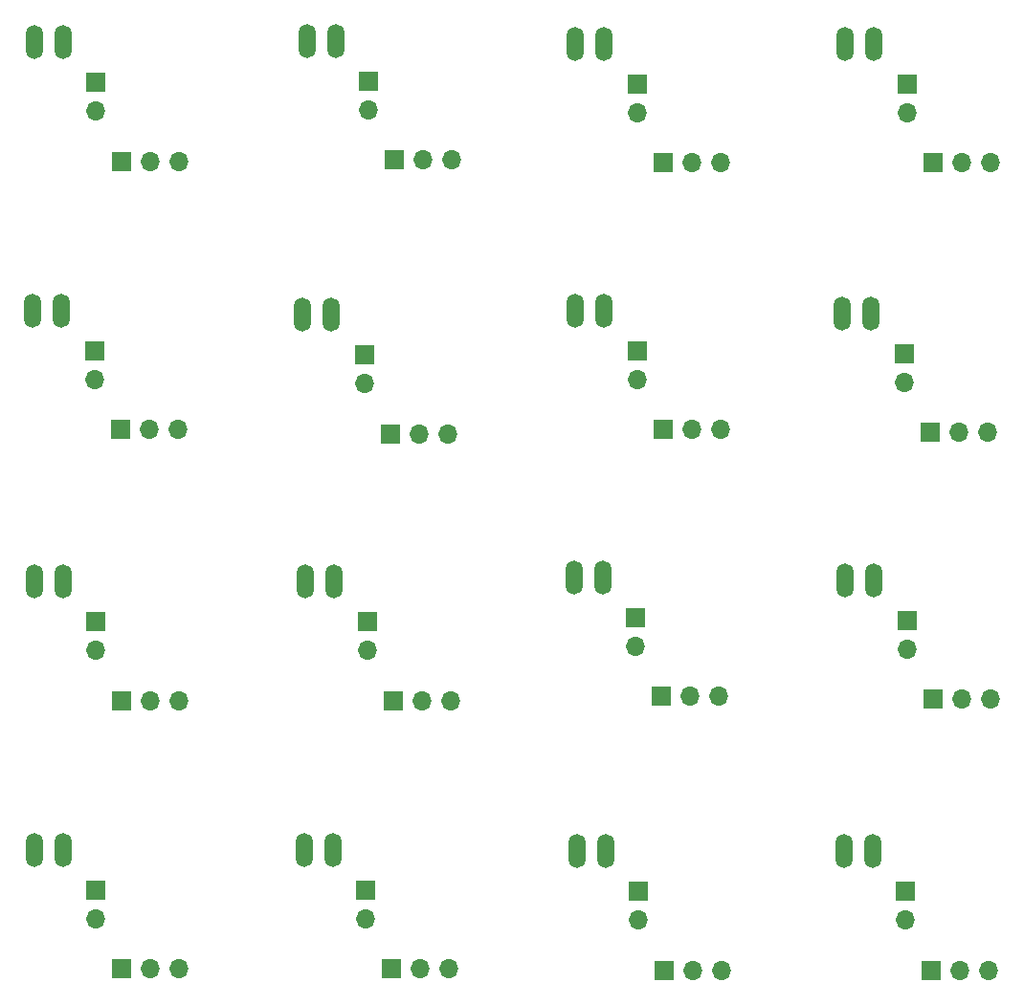
<source format=gbs>
G04 #@! TF.FileFunction,Soldermask,Bot*
%FSLAX46Y46*%
G04 Gerber Fmt 4.6, Leading zero omitted, Abs format (unit mm)*
G04 Created by KiCad (PCBNEW 4.0.7) date Fri May 25 13:22:47 2018*
%MOMM*%
%LPD*%
G01*
G04 APERTURE LIST*
%ADD10C,0.150000*%
%ADD11O,1.510000X3.010000*%
%ADD12R,1.700000X1.700000*%
%ADD13O,1.700000X1.700000*%
G04 APERTURE END LIST*
D10*
D11*
X86487000Y-110363000D03*
X83947000Y-110363000D03*
D12*
X89408000Y-113919000D03*
D13*
X89408000Y-116459000D03*
D12*
X91694000Y-120904000D03*
D13*
X94234000Y-120904000D03*
X96774000Y-120904000D03*
D11*
X62357000Y-110236000D03*
X59817000Y-110236000D03*
D12*
X65278000Y-113792000D03*
D13*
X65278000Y-116332000D03*
D12*
X67564000Y-120777000D03*
D13*
X70104000Y-120777000D03*
X72644000Y-120777000D03*
D11*
X38481000Y-110236000D03*
X35941000Y-110236000D03*
D12*
X41402000Y-113792000D03*
D13*
X41402000Y-116332000D03*
D12*
X43688000Y-120777000D03*
D13*
X46228000Y-120777000D03*
X48768000Y-120777000D03*
D11*
X110236000Y-86360000D03*
X107696000Y-86360000D03*
D12*
X113157000Y-89916000D03*
D13*
X113157000Y-92456000D03*
D12*
X115443000Y-96901000D03*
D13*
X117983000Y-96901000D03*
X120523000Y-96901000D03*
D11*
X86233000Y-86106000D03*
X83693000Y-86106000D03*
D12*
X89154000Y-89662000D03*
D13*
X89154000Y-92202000D03*
D12*
X91440000Y-96647000D03*
D13*
X93980000Y-96647000D03*
X96520000Y-96647000D03*
D11*
X62484000Y-86487000D03*
X59944000Y-86487000D03*
D12*
X65405000Y-90043000D03*
D13*
X65405000Y-92583000D03*
D12*
X67691000Y-97028000D03*
D13*
X70231000Y-97028000D03*
X72771000Y-97028000D03*
D11*
X38481000Y-86487000D03*
X35941000Y-86487000D03*
D12*
X41402000Y-90043000D03*
D13*
X41402000Y-92583000D03*
D12*
X43688000Y-97028000D03*
D13*
X46228000Y-97028000D03*
X48768000Y-97028000D03*
D12*
X115316000Y-120904000D03*
D13*
X117856000Y-120904000D03*
X120396000Y-120904000D03*
D12*
X113030000Y-113919000D03*
D13*
X113030000Y-116459000D03*
D11*
X110109000Y-110363000D03*
X107569000Y-110363000D03*
D12*
X91567000Y-73025000D03*
D13*
X94107000Y-73025000D03*
X96647000Y-73025000D03*
D12*
X89281000Y-66040000D03*
D13*
X89281000Y-68580000D03*
D11*
X86360000Y-62484000D03*
X83820000Y-62484000D03*
D12*
X67437000Y-73406000D03*
D13*
X69977000Y-73406000D03*
X72517000Y-73406000D03*
D12*
X65151000Y-66421000D03*
D13*
X65151000Y-68961000D03*
D11*
X62230000Y-62865000D03*
X59690000Y-62865000D03*
D12*
X43561000Y-73025000D03*
D13*
X46101000Y-73025000D03*
X48641000Y-73025000D03*
D12*
X41275000Y-66040000D03*
D13*
X41275000Y-68580000D03*
D11*
X38354000Y-62484000D03*
X35814000Y-62484000D03*
D12*
X115443000Y-49403000D03*
D13*
X117983000Y-49403000D03*
X120523000Y-49403000D03*
D12*
X113157000Y-42418000D03*
D13*
X113157000Y-44958000D03*
D11*
X110236000Y-38862000D03*
X107696000Y-38862000D03*
D12*
X91567000Y-49403000D03*
D13*
X94107000Y-49403000D03*
X96647000Y-49403000D03*
D12*
X89281000Y-42418000D03*
D13*
X89281000Y-44958000D03*
D11*
X86360000Y-38862000D03*
X83820000Y-38862000D03*
X109982000Y-62738000D03*
X107442000Y-62738000D03*
D12*
X112903000Y-66294000D03*
D13*
X112903000Y-68834000D03*
D12*
X115189000Y-73279000D03*
D13*
X117729000Y-73279000D03*
X120269000Y-73279000D03*
D12*
X67818000Y-49149000D03*
D13*
X70358000Y-49149000D03*
X72898000Y-49149000D03*
D12*
X65532000Y-42164000D03*
D13*
X65532000Y-44704000D03*
D11*
X62611000Y-38608000D03*
X60071000Y-38608000D03*
X38481000Y-38735000D03*
X35941000Y-38735000D03*
D12*
X41402000Y-42291000D03*
D13*
X41402000Y-44831000D03*
D12*
X43688000Y-49276000D03*
D13*
X46228000Y-49276000D03*
X48768000Y-49276000D03*
M02*

</source>
